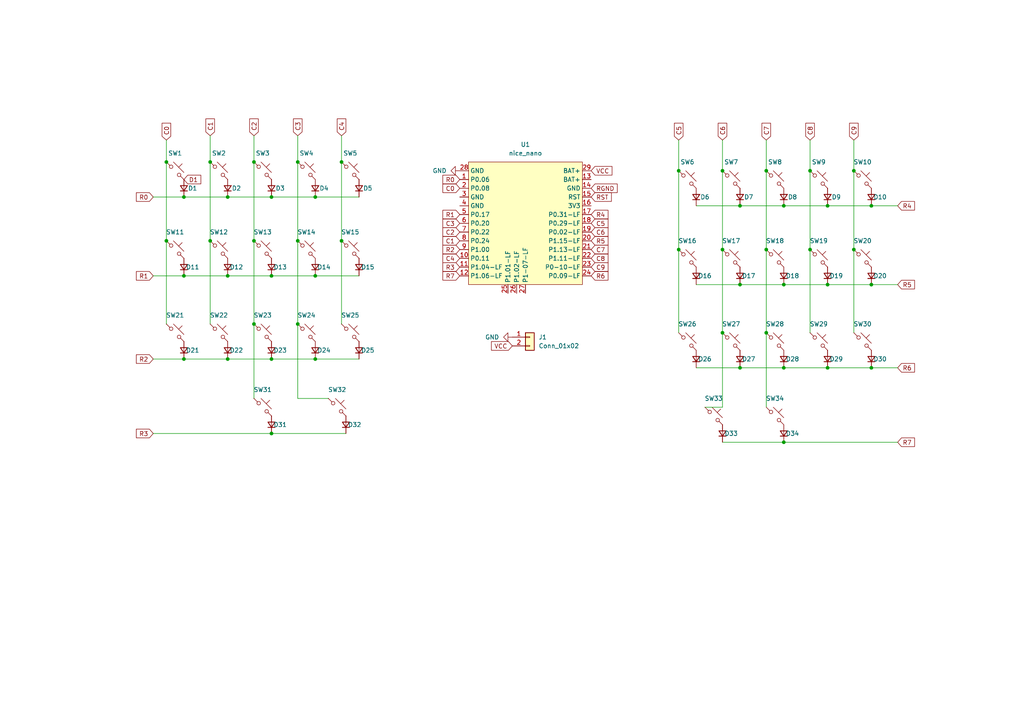
<source format=kicad_sch>
(kicad_sch (version 20230121) (generator eeschema)
  (paper "A4")
  (lib_symbols
    (symbol "Connector_Generic:Conn_01x02" (pin_names (offset 1.016) hide)
      (property "Reference" "J" (at 0 2.54 0))
      (property "Value" "Conn_01x02" (at 0 -5.08 0))
      (symbol "Conn_01x02_1_1"
        (rectangle (start -1.27 -2.413) (end 0 -2.667) (stroke (width 0.1524)))
        (rectangle (start -1.27 0.127) (end 0 -0.127) (stroke (width 0.1524)))
        (rectangle (start -1.27 1.27) (end 1.27 -3.81) (stroke (width 0.254)) (fill (type background)))
        (pin passive line (at -5.08 0 0) (length 3.81) (name "Pin_1") (number "1"))
        (pin passive line (at -5.08 -2.54 0) (length 3.81) (name "Pin_2") (number "2"))
      )
    )
    (symbol "Device:D_Small" (pin_numbers hide) (pin_names (offset 0.254) hide)
      (property "Reference" "D" (at -1.27 2.032 0))
      (property "Value" "D_Small" (at -3.81 -2.032 0))
      (symbol "D_Small_0_1"
        (polyline (pts (xy -0.762 -1.016) (xy -0.762 1.016)) (stroke (width 0.254)))
        (polyline (pts (xy -0.762 0) (xy 0.762 0)))
        (polyline (pts (xy 0.762 -1.016) (xy -0.762 0) (xy 0.762 1.016) (xy 0.762 -1.016)) (stroke (width 0.254)))
      )
      (symbol "D_Small_1_1"
        (pin passive line (at -2.54 0 0) (length 1.778) (name "K") (number "1"))
        (pin passive line (at 2.54 0 180) (length 1.778) (name "A") (number "2"))
      )
    )
    (symbol "PCM_marbastlib-mx:MX_SW_HS" (pin_numbers hide) (pin_names (offset 1.016) hide)
      (property "Reference" "MX" (at 3.048 1.016 0))
      (property "Value" "MX_SW_HS" (at 0 -3.81 0))
      (symbol "MX_SW_HS_0_1"
        (circle (center -1.1684 1.1684) (radius 0.508))
        (polyline (pts (xy -0.508 2.54) (xy 2.54 -0.508)))
        (polyline (pts (xy 1.016 1.016) (xy 2.032 2.032)))
        (polyline (pts (xy -2.54 2.54) (xy -1.524 1.524) (xy -1.524 1.524)))
        (polyline (pts (xy 1.524 -1.524) (xy 2.54 -2.54) (xy 2.54 -2.54) (xy 2.54 -2.54)))
        (circle (center 1.143 -1.1938) (radius 0.508))
        (pin passive line (at -2.54 2.54 0) (length 0) (name "1") (number "1"))
        (pin passive line (at 2.54 -2.54 180) (length 0) (name "2") (number "2"))
      )
    )
    (symbol "PCM_marbastlib-promicroish:nice_nano" (in_bom no)
      (property "Reference" "U" (at 0 22.86 0))
      (property "Value" "nice_nano" (at 0 20.32 0))
      (symbol "nice_nano_0_0"
        (pin bidirectional line (at -19.05 13.97 0) (length 2.54) (name "P0.06") (number "1"))
        (pin bidirectional line (at -19.05 -8.89 0) (length 2.54) (name "P0.11") (number "10"))
        (pin bidirectional line (at -19.05 -11.43 0) (length 2.54) (name "P1.04-LF") (number "11"))
        (pin bidirectional line (at -19.05 -13.97 0) (length 2.54) (name "P1.06-LF") (number "12"))
        (pin power_out line (at 19.05 11.43 180) (length 2.54) (name "GND") (number "14"))
        (pin bidirectional line (at 19.05 8.89 180) (length 2.54) (name "RST") (number "15"))
        (pin bidirectional line (at 19.05 3.81 180) (length 2.54) (name "P0.31-LF") (number "17"))
        (pin bidirectional line (at 19.05 1.27 180) (length 2.54) (name "P0.29-LF") (number "18"))
        (pin bidirectional line (at 19.05 -1.27 180) (length 2.54) (name "P0.02-LF") (number "19"))
        (pin bidirectional line (at -19.05 11.43 0) (length 2.54) (name "P0.08") (number "2"))
        (pin bidirectional line (at 19.05 -3.81 180) (length 2.54) (name "P1.15-LF") (number "20"))
        (pin bidirectional line (at 19.05 -6.35 180) (length 2.54) (name "P1.13-LF") (number "21"))
        (pin bidirectional line (at 19.05 -8.89 180) (length 2.54) (name "P1.11-LF") (number "22"))
        (pin bidirectional line (at 19.05 -11.43 180) (length 2.54) (name "P0-10-LF") (number "23"))
        (pin bidirectional line (at 19.05 -13.97 180) (length 2.54) (name "P0.09-LF") (number "24"))
        (pin power_out line (at -19.05 8.89 0) (length 2.54) (name "GND") (number "3"))
        (pin power_out line (at -19.05 6.35 0) (length 2.54) (name "GND") (number "4"))
        (pin bidirectional line (at -19.05 3.81 0) (length 2.54) (name "P0.17") (number "5"))
        (pin bidirectional line (at -19.05 1.27 0) (length 2.54) (name "P0.20") (number "6"))
        (pin bidirectional line (at -19.05 -1.27 0) (length 2.54) (name "P0.22") (number "7"))
        (pin bidirectional line (at -19.05 -3.81 0) (length 2.54) (name "P0.24") (number "8"))
        (pin bidirectional line (at -19.05 -6.35 0) (length 2.54) (name "P1.00") (number "9"))
      )
      (symbol "nice_nano_1_0"
        (pin power_out line (at 19.05 13.97 180) (length 2.54) (name "BAT+") (number "13"))
        (pin power_out line (at 19.05 6.35 180) (length 2.54) (name "3V3") (number "16"))
        (pin bidirectional line (at -5.08 -19.05 90) (length 2.54) (name "P1.01-LF") (number "25"))
        (pin bidirectional line (at -2.54 -19.05 90) (length 2.54) (name "P1.02-LF") (number "26"))
        (pin bidirectional line (at 0 -19.05 90) (length 2.54) (name "P1-07-LF") (number "27"))
        (pin power_out line (at -19.05 16.51 0) (length 2.54) (name "GND") (number "28"))
        (pin power_out line (at 19.05 16.51 180) (length 2.54) (name "BAT+") (number "29"))
      )
      (symbol "nice_nano_1_1"
        (rectangle (start -16.51 19.05) (end 16.51 -16.51) (fill (type background)))
      )
    )
    (symbol "power:GND" (power) (pin_names (offset 0))
      (property "Value" "GND" (at 0 -3.81 0))
      (symbol "GND_0_1"
        (polyline (pts (xy 0 0) (xy 0 -1.27) (xy 1.27 -1.27) (xy 0 -2.54) (xy -1.27 -1.27) (xy 0 -1.27)))
      )
      (symbol "GND_1_1"
        (pin power_in line (at 0 0 270) (length 0) hide (name "GND") (number "1"))
      )
    )
  )
  (junction (at 73.66 93.98))
  (junction (at 78.74 57.15))
  (junction (at 252.73 106.68))
  (junction (at 91.44 57.15))
  (junction (at 53.34 104.14))
  (junction (at 60.96 46.99))
  (junction (at 66.04 104.14))
  (junction (at 78.74 125.73))
  (junction (at 66.04 80.01))
  (junction (at 53.34 80.01))
  (junction (at 48.26 46.99))
  (junction (at 240.03 106.68))
  (junction (at 222.25 96.52))
  (junction (at 222.25 49.53))
  (junction (at 222.25 72.39))
  (junction (at 247.65 72.39))
  (junction (at 227.33 106.68))
  (junction (at 91.44 80.01))
  (junction (at 78.74 80.01))
  (junction (at 214.63 106.68))
  (junction (at 196.85 49.53))
  (junction (at 86.36 46.99))
  (junction (at 60.96 69.85))
  (junction (at 252.73 59.69))
  (junction (at 66.04 57.15))
  (junction (at 227.33 82.55))
  (junction (at 227.33 59.69))
  (junction (at 209.55 72.39))
  (junction (at 240.03 59.69))
  (junction (at 91.44 104.14))
  (junction (at 78.74 104.14))
  (junction (at 48.26 69.85))
  (junction (at 209.55 49.53))
  (junction (at 234.95 49.53))
  (junction (at 73.66 46.99))
  (junction (at 240.03 82.55))
  (junction (at 234.95 72.39))
  (junction (at 53.34 57.15))
  (junction (at 227.33 128.27))
  (junction (at 73.66 69.85))
  (junction (at 214.63 82.55))
  (junction (at 214.63 59.69))
  (junction (at 99.06 69.85))
  (junction (at 209.55 96.52))
  (junction (at 247.65 49.53))
  (junction (at 86.36 93.98))
  (junction (at 252.73 82.55))
  (junction (at 99.06 46.99))
  (junction (at 196.85 72.39))
  (junction (at 86.36 69.85))
  (wire (pts (xy 234.95 40.64) (xy 234.95 49.53)))
  (wire (pts (xy 53.34 104.14) (xy 66.04 104.14)))
  (wire (pts (xy 240.03 106.68) (xy 252.73 106.68)))
  (wire (pts (xy 196.85 49.53) (xy 196.85 72.39)))
  (wire (pts (xy 234.95 72.39) (xy 234.95 96.52)))
  (wire (pts (xy 196.85 40.64) (xy 196.85 49.53)))
  (wire (pts (xy 95.25 115.57) (xy 86.36 115.57)))
  (wire (pts (xy 201.93 59.69) (xy 214.63 59.69)))
  (wire (pts (xy 86.36 39.37) (xy 86.36 46.99)))
  (wire (pts (xy 66.04 57.15) (xy 78.74 57.15)))
  (wire (pts (xy 227.33 59.69) (xy 240.03 59.69)))
  (wire (pts (xy 66.04 104.14) (xy 78.74 104.14)))
  (wire (pts (xy 60.96 69.85) (xy 60.96 93.98)))
  (wire (pts (xy 86.36 46.99) (xy 86.36 69.85)))
  (wire (pts (xy 60.96 46.99) (xy 60.96 69.85)))
  (wire (pts (xy 209.55 72.39) (xy 209.55 96.52)))
  (wire (pts (xy 66.04 80.01) (xy 78.74 80.01)))
  (wire (pts (xy 78.74 125.73) (xy 100.33 125.73)))
  (wire (pts (xy 227.33 82.55) (xy 240.03 82.55)))
  (wire (pts (xy 78.74 57.15) (xy 91.44 57.15)))
  (wire (pts (xy 204.47 118.11) (xy 209.55 118.11)))
  (wire (pts (xy 53.34 80.01) (xy 66.04 80.01)))
  (wire (pts (xy 252.73 106.68) (xy 260.35 106.68)))
  (wire (pts (xy 240.03 59.69) (xy 252.73 59.69)))
  (wire (pts (xy 201.93 106.68) (xy 214.63 106.68)))
  (wire (pts (xy 60.96 39.37) (xy 60.96 46.99)))
  (wire (pts (xy 247.65 40.64) (xy 247.65 49.53)))
  (wire (pts (xy 99.06 39.37) (xy 99.06 46.99)))
  (wire (pts (xy 247.65 72.39) (xy 247.65 96.52)))
  (wire (pts (xy 91.44 80.01) (xy 104.14 80.01)))
  (wire (pts (xy 48.26 40.64) (xy 48.26 46.99)))
  (wire (pts (xy 234.95 49.53) (xy 234.95 72.39)))
  (wire (pts (xy 209.55 118.11) (xy 209.55 96.52)))
  (wire (pts (xy 247.65 49.53) (xy 247.65 72.39)))
  (wire (pts (xy 209.55 128.27) (xy 227.33 128.27)))
  (wire (pts (xy 73.66 39.37) (xy 73.66 46.99)))
  (wire (pts (xy 222.25 72.39) (xy 222.25 96.52)))
  (wire (pts (xy 73.66 46.99) (xy 73.66 69.85)))
  (wire (pts (xy 222.25 49.53) (xy 222.25 72.39)))
  (wire (pts (xy 252.73 82.55) (xy 260.35 82.55)))
  (wire (pts (xy 86.36 115.57) (xy 86.36 93.98)))
  (wire (pts (xy 44.45 80.01) (xy 53.34 80.01)))
  (wire (pts (xy 214.63 59.69) (xy 227.33 59.69)))
  (wire (pts (xy 78.74 104.14) (xy 91.44 104.14)))
  (wire (pts (xy 222.25 96.52) (xy 222.25 118.11)))
  (wire (pts (xy 227.33 106.68) (xy 240.03 106.68)))
  (wire (pts (xy 48.26 46.99) (xy 48.26 69.85)))
  (wire (pts (xy 86.36 69.85) (xy 86.36 93.98)))
  (wire (pts (xy 99.06 46.99) (xy 99.06 69.85)))
  (wire (pts (xy 44.45 125.73) (xy 78.74 125.73)))
  (wire (pts (xy 252.73 59.69) (xy 260.35 59.69)))
  (wire (pts (xy 209.55 49.53) (xy 209.55 72.39)))
  (wire (pts (xy 214.63 106.68) (xy 227.33 106.68)))
  (wire (pts (xy 99.06 69.85) (xy 99.06 93.98)))
  (wire (pts (xy 222.25 40.64) (xy 222.25 49.53)))
  (wire (pts (xy 44.45 104.14) (xy 53.34 104.14)))
  (wire (pts (xy 53.34 57.15) (xy 66.04 57.15)))
  (wire (pts (xy 44.45 57.15) (xy 53.34 57.15)))
  (wire (pts (xy 91.44 57.15) (xy 104.14 57.15)))
  (wire (pts (xy 209.55 40.64) (xy 209.55 49.53)))
  (wire (pts (xy 240.03 82.55) (xy 252.73 82.55)))
  (wire (pts (xy 73.66 69.85) (xy 73.66 93.98)))
  (wire (pts (xy 91.44 104.14) (xy 104.14 104.14)))
  (wire (pts (xy 78.74 80.01) (xy 91.44 80.01)))
  (wire (pts (xy 48.26 69.85) (xy 48.26 93.98)))
  (wire (pts (xy 214.63 82.55) (xy 227.33 82.55)))
  (wire (pts (xy 201.93 82.55) (xy 214.63 82.55)))
  (wire (pts (xy 196.85 72.39) (xy 196.85 96.52)))
  (wire (pts (xy 227.33 128.27) (xy 260.35 128.27)))
  (wire (pts (xy 73.66 93.98) (xy 73.66 115.57)))
  (global_label "R3" (shape input) (at 133.35 77.47 180) (property "Intersheetrefs" "${INTERSHEET_REFS}" (effects hide)))
  (global_label "R5" (shape input) (at 260.35 82.55 0) (property "Intersheetrefs" "${INTERSHEET_REFS}" (effects hide)))
  (global_label "C5" (shape input) (at 196.85 40.64 90) (property "Intersheetrefs" "${INTERSHEET_REFS}" (effects hide)))
  (global_label "R0" (shape input) (at 133.35 52.07 180) (property "Intersheetrefs" "${INTERSHEET_REFS}" (effects hide)))
  (global_label "C6" (shape input) (at 171.45 67.31 0) (property "Intersheetrefs" "${INTERSHEET_REFS}" (effects hide)))
  (global_label "R2" (shape input) (at 133.35 72.39 180) (property "Intersheetrefs" "${INTERSHEET_REFS}" (effects hide)))
  (global_label "C7" (shape input) (at 171.45 72.39 0) (property "Intersheetrefs" "${INTERSHEET_REFS}" (effects hide)))
  (global_label "C2" (shape input) (at 73.66 39.37 90) (property "Intersheetrefs" "${INTERSHEET_REFS}" (effects hide)))
  (global_label "RST" (shape input) (at 171.45 57.15 0) (property "Intersheetrefs" "${INTERSHEET_REFS}" (effects hide)))
  (global_label "VCC" (shape input) (at 171.45 49.53 0) (property "Intersheetrefs" "${INTERSHEET_REFS}" (effects hide)))
  (global_label "C0" (shape input) (at 133.35 54.61 180) (property "Intersheetrefs" "${INTERSHEET_REFS}" (effects hide)))
  (global_label "R7" (shape input) (at 133.35 80.01 180) (property "Intersheetrefs" "${INTERSHEET_REFS}" (effects hide)))
  (global_label "C4" (shape input) (at 133.35 74.93 180) (property "Intersheetrefs" "${INTERSHEET_REFS}" (effects hide)))
  (global_label "R4" (shape input) (at 260.35 59.69 0) (property "Intersheetrefs" "${INTERSHEET_REFS}" (effects hide)))
  (global_label "C1" (shape input) (at 133.35 69.85 180) (property "Intersheetrefs" "${INTERSHEET_REFS}" (effects hide)))
  (global_label "R4" (shape input) (at 171.45 62.23 0) (property "Intersheetrefs" "${INTERSHEET_REFS}" (effects hide)))
  (global_label "C5" (shape input) (at 171.45 64.77 0) (property "Intersheetrefs" "${INTERSHEET_REFS}" (effects hide)))
  (global_label "C0" (shape input) (at 48.26 40.64 90) (property "Intersheetrefs" "${INTERSHEET_REFS}" (effects hide)))
  (global_label "C2" (shape input) (at 133.35 67.31 180) (property "Intersheetrefs" "${INTERSHEET_REFS}" (effects hide)))
  (global_label "D1" (shape input) (at 53.34 52.07 0) (property "Intersheetrefs" "${INTERSHEET_REFS}" (effects hide)))
  (global_label "C3" (shape input) (at 133.35 64.77 180) (property "Intersheetrefs" "${INTERSHEET_REFS}" (effects hide)))
  (global_label "R6" (shape input) (at 171.45 80.01 0) (property "Intersheetrefs" "${INTERSHEET_REFS}" (effects hide)))
  (global_label "C8" (shape input) (at 171.45 74.93 0) (property "Intersheetrefs" "${INTERSHEET_REFS}" (effects hide)))
  (global_label "R1" (shape input) (at 44.45 80.01 180) (property "Intersheetrefs" "${INTERSHEET_REFS}" (effects hide)))
  (global_label "R7" (shape input) (at 260.35 128.27 0) (property "Intersheetrefs" "${INTERSHEET_REFS}" (effects hide)))
  (global_label "R6" (shape input) (at 260.35 106.68 0) (property "Intersheetrefs" "${INTERSHEET_REFS}" (effects hide)))
  (global_label "C9" (shape input) (at 171.45 77.47 0) (property "Intersheetrefs" "${INTERSHEET_REFS}" (effects hide)))
  (global_label "C8" (shape input) (at 234.95 40.64 90) (property "Intersheetrefs" "${INTERSHEET_REFS}" (effects hide)))
  (global_label "VCC" (shape input) (at 148.59 100.33 180) (property "Intersheetrefs" "${INTERSHEET_REFS}" (effects hide)))
  (global_label "R3" (shape input) (at 44.45 125.73 180) (property "Intersheetrefs" "${INTERSHEET_REFS}" (effects hide)))
  (global_label "C1" (shape input) (at 60.96 39.37 90) (property "Intersheetrefs" "${INTERSHEET_REFS}" (effects hide)))
  (global_label "C4" (shape input) (at 99.06 39.37 90) (property "Intersheetrefs" "${INTERSHEET_REFS}" (effects hide)))
  (global_label "R1" (shape input) (at 133.35 62.23 180) (property "Intersheetrefs" "${INTERSHEET_REFS}" (effects hide)))
  (global_label "R0" (shape input) (at 44.45 57.15 180) (property "Intersheetrefs" "${INTERSHEET_REFS}" (effects hide)))
  (global_label "C6" (shape input) (at 209.55 40.64 90) (property "Intersheetrefs" "${INTERSHEET_REFS}" (effects hide)))
  (global_label "C3" (shape input) (at 86.36 39.37 90) (property "Intersheetrefs" "${INTERSHEET_REFS}" (effects hide)))
  (global_label "R2" (shape input) (at 44.45 104.14 180) (property "Intersheetrefs" "${INTERSHEET_REFS}" (effects hide)))
  (global_label "R5" (shape input) (at 171.45 69.85 0) (property "Intersheetrefs" "${INTERSHEET_REFS}" (effects hide)))
  (global_label "RGND" (shape input) (at 171.45 54.61 0) (property "Intersheetrefs" "${INTERSHEET_REFS}" (effects hide)))
  (global_label "C7" (shape input) (at 222.25 40.64 90) (property "Intersheetrefs" "${INTERSHEET_REFS}" (effects hide)))
  (global_label "C9" (shape input) (at 247.65 40.64 90) (property "Intersheetrefs" "${INTERSHEET_REFS}" (effects hide)))
  (symbol (lib_id "Device:D_Small") (at 252.73 104.14 90) (unit 1)
    (property "Reference" "D30" (at 255.27 104.14 90))
    (property "Value" "D_Small" (effects hide))
    (property "Footprint" "Diode_SMD:D_SOD-323_HandSoldering" (effects hide))
    (property "Sim.Device" "D" (effects hide))
    (property "Sim.Pins" "1=K 2=A" (effects hide))
  )
  (symbol (lib_id "PCM_marbastlib-mx:MX_SW_HS") (at 76.2 49.53 0) (unit 1)
    (property "Reference" "SW3" (at 76.2 44.45 0))
    (property "Value" "MX_SW_HS" (effects hide))
    (property "Footprint" "PCM_mbk:Choc-1u-solder" (effects hide))
  )
  (symbol (lib_id "PCM_marbastlib-mx:MX_SW_HS") (at 88.9 72.39 0) (unit 1)
    (property "Reference" "SW14" (at 88.9 67.31 0))
    (property "Value" "MX_SW_HS" (effects hide))
    (property "Footprint" "PCM_mbk:Choc-1u-solder" (effects hide))
  )
  (symbol (lib_id "Device:D_Small") (at 53.34 77.47 90) (unit 1)
    (property "Reference" "D11" (at 55.88 77.47 90))
    (property "Value" "D_Small" (effects hide))
    (property "Footprint" "Diode_SMD:D_SOD-323_HandSoldering" (effects hide))
    (property "Sim.Device" "D" (effects hide))
    (property "Sim.Pins" "1=K 2=A" (effects hide))
  )
  (symbol (lib_id "Device:D_Small") (at 214.63 80.01 90) (unit 1)
    (property "Reference" "D17" (at 217.17 80.01 90))
    (property "Value" "D_Small" (effects hide))
    (property "Footprint" "Diode_SMD:D_SOD-323_HandSoldering" (effects hide))
    (property "Sim.Device" "D" (effects hide))
    (property "Sim.Pins" "1=K 2=A" (effects hide))
  )
  (symbol (lib_id "Device:D_Small") (at 78.74 77.47 90) (unit 1)
    (property "Reference" "D13" (at 81.28 77.47 90))
    (property "Value" "D_Small" (effects hide))
    (property "Footprint" "Diode_SMD:D_SOD-323_HandSoldering" (effects hide))
    (property "Sim.Device" "D" (effects hide))
    (property "Sim.Pins" "1=K 2=A" (effects hide))
  )
  (symbol (lib_id "PCM_marbastlib-mx:MX_SW_HS") (at 224.79 52.07 0) (unit 1)
    (property "Reference" "SW8" (at 224.79 46.99 0))
    (property "Value" "MX_SW_HS" (effects hide))
    (property "Footprint" "PCM_mbk:Choc-1u-solder" (effects hide))
  )
  (symbol (lib_id "PCM_marbastlib-mx:MX_SW_HS") (at 199.39 52.07 0) (unit 1)
    (property "Reference" "SW6" (at 199.39 46.99 0))
    (property "Value" "MX_SW_HS" (effects hide))
    (property "Footprint" "PCM_mbk:Choc-1u-solder" (effects hide))
  )
  (symbol (lib_id "Device:D_Small") (at 91.44 54.61 90) (unit 1)
    (property "Reference" "D4" (at 93.98 54.61 90))
    (property "Value" "D_Small" (effects hide))
    (property "Footprint" "Diode_SMD:D_SOD-323_HandSoldering" (effects hide))
    (property "Sim.Device" "D" (effects hide))
    (property "Sim.Pins" "1=K 2=A" (effects hide))
  )
  (symbol (lib_id "Device:D_Small") (at 104.14 77.47 90) (unit 1)
    (property "Reference" "D15" (at 106.68 77.47 90))
    (property "Value" "D_Small" (effects hide))
    (property "Footprint" "Diode_SMD:D_SOD-323_HandSoldering" (effects hide))
    (property "Sim.Device" "D" (effects hide))
    (property "Sim.Pins" "1=K 2=A" (effects hide))
  )
  (symbol (lib_id "PCM_marbastlib-mx:MX_SW_HS") (at 237.49 52.07 0) (unit 1)
    (property "Reference" "SW9" (at 237.49 46.99 0))
    (property "Value" "MX_SW_HS" (effects hide))
    (property "Footprint" "PCM_mbk:Choc-1u-solder" (effects hide))
  )
  (symbol (lib_id "PCM_marbastlib-mx:MX_SW_HS") (at 50.8 96.52 0) (unit 1)
    (property "Reference" "SW21" (at 50.8 91.44 0))
    (property "Value" "MX_SW_HS" (effects hide))
    (property "Footprint" "PCM_mbk:Choc-1u-solder" (effects hide))
  )
  (symbol (lib_id "power:GND") (at 148.59 97.79 270) (unit 1)
    (property "Reference" "#PWR02" (effects hide))
    (property "Value" "GND" (at 144.78 97.79 90) (effects (justify right)))
  )
  (symbol (lib_id "PCM_marbastlib-mx:MX_SW_HS") (at 224.79 74.93 0) (unit 1)
    (property "Reference" "SW18" (at 224.79 69.85 0))
    (property "Value" "MX_SW_HS" (effects hide))
    (property "Footprint" "PCM_mbk:Choc-1u-solder" (effects hide))
  )
  (symbol (lib_id "Device:D_Small") (at 66.04 101.6 90) (unit 1)
    (property "Reference" "D22" (at 68.58 101.6 90))
    (property "Value" "D_Small" (effects hide))
    (property "Footprint" "Diode_SMD:D_SOD-323_HandSoldering" (effects hide))
    (property "Sim.Device" "D" (effects hide))
    (property "Sim.Pins" "1=K 2=A" (effects hide))
  )
  (symbol (lib_id "Device:D_Small") (at 240.03 57.15 90) (unit 1)
    (property "Reference" "D9" (at 242.57 57.15 90))
    (property "Value" "D_Small" (effects hide))
    (property "Footprint" "Diode_SMD:D_SOD-323_HandSoldering" (effects hide))
    (property "Sim.Device" "D" (effects hide))
    (property "Sim.Pins" "1=K 2=A" (effects hide))
  )
  (symbol (lib_id "PCM_marbastlib-mx:MX_SW_HS") (at 250.19 99.06 0) (unit 1)
    (property "Reference" "SW30" (at 250.19 93.98 0))
    (property "Value" "MX_SW_HS" (effects hide))
    (property "Footprint" "PCM_mbk:Choc-1u-solder" (effects hide))
  )
  (symbol (lib_id "PCM_marbastlib-mx:MX_SW_HS") (at 224.79 99.06 0) (unit 1)
    (property "Reference" "SW28" (at 224.79 93.98 0))
    (property "Value" "MX_SW_HS" (effects hide))
    (property "Footprint" "PCM_mbk:Choc-1u-solder" (effects hide))
  )
  (symbol (lib_id "Device:D_Small") (at 214.63 104.14 90) (unit 1)
    (property "Reference" "D27" (at 217.17 104.14 90))
    (property "Value" "D_Small" (effects hide))
    (property "Footprint" "Diode_SMD:D_SOD-323_HandSoldering" (effects hide))
    (property "Sim.Device" "D" (effects hide))
    (property "Sim.Pins" "1=K 2=A" (effects hide))
  )
  (symbol (lib_id "Device:D_Small") (at 227.33 57.15 90) (unit 1)
    (property "Reference" "D8" (at 229.87 57.15 90))
    (property "Value" "D_Small" (effects hide))
    (property "Footprint" "Diode_SMD:D_SOD-323_HandSoldering" (effects hide))
    (property "Sim.Device" "D" (effects hide))
    (property "Sim.Pins" "1=K 2=A" (effects hide))
  )
  (symbol (lib_id "Device:D_Small") (at 201.93 57.15 90) (unit 1)
    (property "Reference" "D6" (at 204.47 57.15 90))
    (property "Value" "D_Small" (effects hide))
    (property "Footprint" "Diode_SMD:D_SOD-323_HandSoldering" (effects hide))
    (property "Sim.Device" "D" (effects hide))
    (property "Sim.Pins" "1=K 2=A" (effects hide))
  )
  (symbol (lib_id "Device:D_Small") (at 66.04 54.61 90) (unit 1)
    (property "Reference" "D2" (at 68.58 54.61 90))
    (property "Value" "D_Small" (effects hide))
    (property "Footprint" "Diode_SMD:D_SOD-323_HandSoldering" (effects hide))
    (property "Sim.Device" "D" (effects hide))
    (property "Sim.Pins" "1=K 2=A" (effects hide))
  )
  (symbol (lib_id "Device:D_Small") (at 227.33 125.73 90) (unit 1)
    (property "Reference" "D34" (at 229.87 125.73 90))
    (property "Value" "D_Small" (effects hide))
    (property "Footprint" "Diode_SMD:D_SOD-323_HandSoldering" (effects hide))
    (property "Sim.Device" "D" (effects hide))
    (property "Sim.Pins" "1=K 2=A" (effects hide))
  )
  (symbol (lib_id "Connector_Generic:Conn_01x02") (at 153.67 97.79 0) (unit 1)
    (property "Reference" "J1" (at 156.21 97.79 0) (effects (justify left)))
    (property "Value" "Conn_01x02" (at 156.21 100.33 0) (effects (justify left)))
    (property "Footprint" "PCM_marbastlib-various:CON_JST_ACH_BM02B" (effects hide))
  )
  (symbol (lib_id "Device:D_Small") (at 201.93 80.01 90) (unit 1)
    (property "Reference" "D16" (at 204.47 80.01 90))
    (property "Value" "D_Small" (effects hide))
    (property "Footprint" "Diode_SMD:D_SOD-323_HandSoldering" (effects hide))
    (property "Sim.Device" "D" (effects hide))
    (property "Sim.Pins" "1=K 2=A" (effects hide))
  )
  (symbol (lib_id "PCM_marbastlib-mx:MX_SW_HS") (at 88.9 96.52 0) (unit 1)
    (property "Reference" "SW24" (at 88.9 91.44 0))
    (property "Value" "MX_SW_HS" (effects hide))
    (property "Footprint" "PCM_mbk:Choc-1u-solder" (effects hide))
  )
  (symbol (lib_id "PCM_marbastlib-mx:MX_SW_HS") (at 63.5 72.39 0) (unit 1)
    (property "Reference" "SW12" (at 63.5 67.31 0))
    (property "Value" "MX_SW_HS" (effects hide))
    (property "Footprint" "PCM_mbk:Choc-1u-solder" (effects hide))
  )
  (symbol (lib_id "Device:D_Small") (at 66.04 77.47 90) (unit 1)
    (property "Reference" "D12" (at 68.58 77.47 90))
    (property "Value" "D_Small" (effects hide))
    (property "Footprint" "Diode_SMD:D_SOD-323_HandSoldering" (effects hide))
    (property "Sim.Device" "D" (effects hide))
    (property "Sim.Pins" "1=K 2=A" (effects hide))
  )
  (symbol (lib_id "PCM_marbastlib-mx:MX_SW_HS") (at 199.39 99.06 0) (unit 1)
    (property "Reference" "SW26" (at 199.39 93.98 0))
    (property "Value" "MX_SW_HS" (effects hide))
    (property "Footprint" "PCM_mbk:Choc-1u-solder" (effects hide))
  )
  (symbol (lib_id "PCM_marbastlib-mx:MX_SW_HS") (at 63.5 49.53 0) (unit 1)
    (property "Reference" "SW2" (at 63.5 44.45 0))
    (property "Value" "MX_SW_HS" (effects hide))
    (property "Footprint" "PCM_mbk:Choc-1u-solder" (effects hide))
  )
  (symbol (lib_id "Device:D_Small") (at 201.93 104.14 90) (unit 1)
    (property "Reference" "D26" (at 204.47 104.14 90))
    (property "Value" "D_Small" (effects hide))
    (property "Footprint" "Diode_SMD:D_SOD-323_HandSoldering" (effects hide))
    (property "Sim.Device" "D" (effects hide))
    (property "Sim.Pins" "1=K 2=A" (effects hide))
  )
  (symbol (lib_id "PCM_marbastlib-mx:MX_SW_HS") (at 76.2 72.39 0) (unit 1)
    (property "Reference" "SW13" (at 76.2 67.31 0))
    (property "Value" "MX_SW_HS" (effects hide))
    (property "Footprint" "PCM_mbk:Choc-1u-solder" (effects hide))
  )
  (symbol (lib_id "PCM_marbastlib-mx:MX_SW_HS") (at 250.19 74.93 0) (unit 1)
    (property "Reference" "SW20" (at 250.19 69.85 0))
    (property "Value" "MX_SW_HS" (effects hide))
    (property "Footprint" "PCM_mbk:Choc-1u-solder" (effects hide))
  )
  (symbol (lib_id "Device:D_Small") (at 104.14 54.61 90) (unit 1)
    (property "Reference" "D5" (at 106.68 54.61 90))
    (property "Value" "D_Small" (effects hide))
    (property "Footprint" "Diode_SMD:D_SOD-323_HandSoldering" (effects hide))
    (property "Sim.Device" "D" (effects hide))
    (property "Sim.Pins" "1=K 2=A" (effects hide))
  )
  (symbol (lib_id "power:GND") (at 133.35 49.53 270) (unit 1)
    (property "Reference" "#PWR01" (effects hide))
    (property "Value" "GND" (at 129.54 49.53 90) (effects (justify right)))
  )
  (symbol (lib_id "Device:D_Small") (at 214.63 57.15 90) (unit 1)
    (property "Reference" "D7" (at 217.17 57.15 90))
    (property "Value" "D_Small" (effects hide))
    (property "Footprint" "Diode_SMD:D_SOD-323_HandSoldering" (effects hide))
    (property "Sim.Device" "D" (effects hide))
    (property "Sim.Pins" "1=K 2=A" (effects hide))
  )
  (symbol (lib_id "PCM_marbastlib-mx:MX_SW_HS") (at 212.09 74.93 0) (unit 1)
    (property "Reference" "SW17" (at 212.09 69.85 0))
    (property "Value" "MX_SW_HS" (effects hide))
    (property "Footprint" "PCM_mbk:Choc-1u-solder" (effects hide))
  )
  (symbol (lib_id "PCM_marbastlib-mx:MX_SW_HS") (at 212.09 52.07 0) (unit 1)
    (property "Reference" "SW7" (at 212.09 46.99 0))
    (property "Value" "MX_SW_HS" (effects hide))
    (property "Footprint" "PCM_mbk:Choc-1u-solder" (effects hide))
  )
  (symbol (lib_id "PCM_marbastlib-mx:MX_SW_HS") (at 237.49 74.93 0) (unit 1)
    (property "Reference" "SW19" (at 237.49 69.85 0))
    (property "Value" "MX_SW_HS" (effects hide))
    (property "Footprint" "PCM_mbk:Choc-1u-solder" (effects hide))
  )
  (symbol (lib_id "Device:D_Small") (at 252.73 57.15 90) (unit 1)
    (property "Reference" "D10" (at 255.27 57.15 90))
    (property "Value" "D_Small" (effects hide))
    (property "Footprint" "Diode_SMD:D_SOD-323_HandSoldering" (effects hide))
    (property "Sim.Device" "D" (effects hide))
    (property "Sim.Pins" "1=K 2=A" (effects hide))
  )
  (symbol (lib_id "Device:D_Small") (at 240.03 104.14 90) (unit 1)
    (property "Reference" "D29" (at 242.57 104.14 90))
    (property "Value" "D_Small" (effects hide))
    (property "Footprint" "Diode_SMD:D_SOD-323_HandSoldering" (effects hide))
    (property "Sim.Device" "D" (effects hide))
    (property "Sim.Pins" "1=K 2=A" (effects hide))
  )
  (symbol (lib_id "PCM_marbastlib-mx:MX_SW_HS") (at 207.01 120.65 0) (unit 1)
    (property "Reference" "SW33" (at 207.01 115.57 0))
    (property "Value" "MX_SW_HS" (effects hide))
    (property "Footprint" "PCM_mbk:Choc-2u-solder" (effects hide))
  )
  (symbol (lib_id "PCM_marbastlib-promicroish:nice_nano") (at 152.4 66.04 0) (unit 1) (in_bom no)
    (property "Reference" "U1" (at 152.4 41.91 0))
    (property "Value" "nice_nano" (at 152.4 44.45 0))
    (property "Footprint" "PCM_marbastlib-xp-promicroish:nice_nano_AH_USBup" (effects hide))
    (property "Datasheet" "https://nicekeyboards.com/docs/nice-nano/pinout-schematic" (effects hide))
  )
  (symbol (lib_id "PCM_marbastlib-mx:MX_SW_HS") (at 101.6 72.39 0) (unit 1)
    (property "Reference" "SW15" (at 101.6 67.31 0))
    (property "Value" "MX_SW_HS" (effects hide))
    (property "Footprint" "PCM_mbk:Choc-1u-solder" (effects hide))
  )
  (symbol (lib_id "Device:D_Small") (at 227.33 104.14 90) (unit 1)
    (property "Reference" "D28" (at 229.87 104.14 90))
    (property "Value" "D_Small" (effects hide))
    (property "Footprint" "Diode_SMD:D_SOD-323_HandSoldering" (effects hide))
    (property "Sim.Device" "D" (effects hide))
    (property "Sim.Pins" "1=K 2=A" (effects hide))
  )
  (symbol (lib_id "Device:D_Small") (at 53.34 101.6 90) (unit 1)
    (property "Reference" "D21" (at 55.88 101.6 90))
    (property "Value" "D_Small" (effects hide))
    (property "Footprint" "Diode_SMD:D_SOD-323_HandSoldering" (effects hide))
    (property "Sim.Device" "D" (effects hide))
    (property "Sim.Pins" "1=K 2=A" (effects hide))
  )
  (symbol (lib_id "PCM_marbastlib-mx:MX_SW_HS") (at 101.6 96.52 0) (unit 1)
    (property "Reference" "SW25" (at 101.6 91.44 0))
    (property "Value" "MX_SW_HS" (effects hide))
    (property "Footprint" "PCM_mbk:Choc-1u-solder" (effects hide))
  )
  (symbol (lib_id "PCM_marbastlib-mx:MX_SW_HS") (at 212.09 99.06 0) (unit 1)
    (property "Reference" "SW27" (at 212.09 93.98 0))
    (property "Value" "MX_SW_HS" (effects hide))
    (property "Footprint" "PCM_mbk:Choc-1u-solder" (effects hide))
  )
  (symbol (lib_id "PCM_marbastlib-mx:MX_SW_HS") (at 199.39 74.93 0) (unit 1)
    (property "Reference" "SW16" (at 199.39 69.85 0))
    (property "Value" "MX_SW_HS" (effects hide))
    (property "Footprint" "PCM_mbk:Choc-1u-solder" (effects hide))
  )
  (symbol (lib_id "PCM_marbastlib-mx:MX_SW_HS") (at 224.79 120.65 0) (unit 1)
    (property "Reference" "SW34" (at 224.79 115.57 0))
    (property "Value" "MX_SW_HS" (effects hide))
    (property "Footprint" "PCM_mbk:Choc-1u-solder" (effects hide))
  )
  (symbol (lib_id "PCM_marbastlib-mx:MX_SW_HS") (at 250.19 52.07 0) (unit 1)
    (property "Reference" "SW10" (at 250.19 46.99 0))
    (property "Value" "MX_SW_HS" (effects hide))
    (property "Footprint" "PCM_mbk:Choc-1u-solder" (effects hide))
  )
  (symbol (lib_id "Device:D_Small") (at 104.14 101.6 90) (unit 1)
    (property "Reference" "D25" (at 106.68 101.6 90))
    (property "Value" "D_Small" (effects hide))
    (property "Footprint" "Diode_SMD:D_SOD-323_HandSoldering" (effects hide))
    (property "Sim.Device" "D" (effects hide))
    (property "Sim.Pins" "1=K 2=A" (effects hide))
  )
  (symbol (lib_id "PCM_marbastlib-mx:MX_SW_HS") (at 97.79 118.11 0) (unit 1)
    (property "Reference" "SW32" (at 97.79 113.03 0))
    (property "Value" "MX_SW_HS" (effects hide))
    (property "Footprint" "PCM_mbk:Choc-2u-solder" (effects hide))
  )
  (symbol (lib_id "PCM_marbastlib-mx:MX_SW_HS") (at 50.8 49.53 0) (unit 1)
    (property "Reference" "SW1" (at 50.8 44.45 0))
    (property "Value" "MX_SW_HS" (effects hide))
    (property "Footprint" "PCM_mbk:Choc-1u-solder" (effects hide))
  )
  (symbol (lib_id "PCM_marbastlib-mx:MX_SW_HS") (at 63.5 96.52 0) (unit 1)
    (property "Reference" "SW22" (at 63.5 91.44 0))
    (property "Value" "MX_SW_HS" (effects hide))
    (property "Footprint" "PCM_mbk:Choc-1u-solder" (effects hide))
  )
  (symbol (lib_id "PCM_marbastlib-mx:MX_SW_HS") (at 76.2 96.52 0) (unit 1)
    (property "Reference" "SW23" (at 76.2 91.44 0))
    (property "Value" "MX_SW_HS" (effects hide))
    (property "Footprint" "PCM_mbk:Choc-1u-solder" (effects hide))
  )
  (symbol (lib_id "PCM_marbastlib-mx:MX_SW_HS") (at 50.8 72.39 0) (unit 1)
    (property "Reference" "SW11" (at 50.8 67.31 0))
    (property "Value" "MX_SW_HS" (effects hide))
    (property "Footprint" "PCM_mbk:Choc-1u-solder" (effects hide))
  )
  (symbol (lib_id "PCM_marbastlib-mx:MX_SW_HS") (at 88.9 49.53 0) (unit 1)
    (property "Reference" "SW4" (at 88.9 44.45 0))
    (property "Value" "MX_SW_HS" (effects hide))
    (property "Footprint" "PCM_mbk:Choc-1u-solder" (effects hide))
  )
  (symbol (lib_id "Device:D_Small") (at 53.34 54.61 90) (unit 1)
    (property "Reference" "D1" (at 55.88 54.61 90))
    (property "Value" "D_Small" (effects hide))
    (property "Footprint" "Diode_SMD:D_SOD-323_HandSoldering" (effects hide))
    (property "Sim.Device" "D" (effects hide))
    (property "Sim.Pins" "1=K 2=A" (effects hide))
  )
  (symbol (lib_id "Device:D_Small") (at 209.55 125.73 90) (unit 1)
    (property "Reference" "D33" (at 212.09 125.73 90))
    (property "Value" "D_Small" (effects hide))
    (property "Footprint" "Diode_SMD:D_SOD-323_HandSoldering" (effects hide))
    (property "Sim.Device" "D" (effects hide))
    (property "Sim.Pins" "1=K 2=A" (effects hide))
  )
  (symbol (lib_id "PCM_marbastlib-mx:MX_SW_HS") (at 101.6 49.53 0) (unit 1)
    (property "Reference" "SW5" (at 101.6 44.45 0))
    (property "Value" "MX_SW_HS" (effects hide))
    (property "Footprint" "PCM_mbk:Choc-1u-solder" (effects hide))
  )
  (symbol (lib_id "PCM_marbastlib-mx:MX_SW_HS") (at 76.2 118.11 0) (unit 1)
    (property "Reference" "SW31" (at 76.2 113.03 0))
    (property "Value" "MX_SW_HS" (effects hide))
    (property "Footprint" "PCM_mbk:Choc-1u-solder" (effects hide))
  )
  (symbol (lib_id "Device:D_Small") (at 252.73 80.01 90) (unit 1)
    (property "Reference" "D20" (at 255.27 80.01 90))
    (property "Value" "D_Small" (effects hide))
    (property "Footprint" "Diode_SMD:D_SOD-323_HandSoldering" (effects hide))
    (property "Sim.Device" "D" (effects hide))
    (property "Sim.Pins" "1=K 2=A" (effects hide))
  )
  (symbol (lib_id "Device:D_Small") (at 100.33 123.19 90) (unit 1)
    (property "Reference" "D32" (at 102.87 123.19 90))
    (property "Value" "D_Small" (effects hide))
    (property "Footprint" "Diode_SMD:D_SOD-323_HandSoldering" (effects hide))
    (property "Sim.Device" "D" (effects hide))
    (property "Sim.Pins" "1=K 2=A" (effects hide))
  )
  (symbol (lib_id "Device:D_Small") (at 91.44 101.6 90) (unit 1)
    (property "Reference" "D24" (at 93.98 101.6 90))
    (property "Value" "D_Small" (effects hide))
    (property "Footprint" "Diode_SMD:D_SOD-323_HandSoldering" (effects hide))
    (property "Sim.Device" "D" (effects hide))
    (property "Sim.Pins" "1=K 2=A" (effects hide))
  )
  (symbol (lib_id "Device:D_Small") (at 91.44 77.47 90) (unit 1)
    (property "Reference" "D14" (at 93.98 77.47 90))
    (property "Value" "D_Small" (effects hide))
    (property "Footprint" "Diode_SMD:D_SOD-323_HandSoldering" (effects hide))
    (property "Sim.Device" "D" (effects hide))
    (property "Sim.Pins" "1=K 2=A" (effects hide))
  )
  (symbol (lib_id "Device:D_Small") (at 78.74 101.6 90) (unit 1)
    (property "Reference" "D23" (at 81.28 101.6 90))
    (property "Value" "D_Small" (effects hide))
    (property "Footprint" "Diode_SMD:D_SOD-323_HandSoldering" (effects hide))
    (property "Sim.Device" "D" (effects hide))
    (property "Sim.Pins" "1=K 2=A" (effects hide))
  )
  (symbol (lib_id "Device:D_Small") (at 227.33 80.01 90) (unit 1)
    (property "Reference" "D18" (at 229.87 80.01 90))
    (property "Value" "D_Small" (effects hide))
    (property "Footprint" "Diode_SMD:D_SOD-323_HandSoldering" (effects hide))
    (property "Sim.Device" "D" (effects hide))
    (property "Sim.Pins" "1=K 2=A" (effects hide))
  )
  (symbol (lib_id "Device:D_Small") (at 78.74 54.61 90) (unit 1)
    (property "Reference" "D3" (at 81.28 54.61 90))
    (property "Value" "D_Small" (effects hide))
    (property "Footprint" "Diode_SMD:D_SOD-323_HandSoldering" (effects hide))
    (property "Sim.Device" "D" (effects hide))
    (property "Sim.Pins" "1=K 2=A" (effects hide))
  )
  (symbol (lib_id "Device:D_Small") (at 240.03 80.01 90) (unit 1)
    (property "Reference" "D19" (at 242.57 80.01 90))
    (property "Value" "D_Small" (effects hide))
    (property "Footprint" "Diode_SMD:D_SOD-323_HandSoldering" (effects hide))
    (property "Sim.Device" "D" (effects hide))
    (property "Sim.Pins" "1=K 2=A" (effects hide))
  )
  (symbol (lib_id "PCM_marbastlib-mx:MX_SW_HS") (at 237.49 99.06 0) (unit 1)
    (property "Reference" "SW29" (at 237.49 93.98 0))
    (property "Value" "MX_SW_HS" (effects hide))
    (property "Footprint" "PCM_mbk:Choc-1u-solder" (effects hide))
  )
  (symbol (lib_id "Device:D_Small") (at 78.74 123.19 90) (unit 1)
    (property "Reference" "D31" (at 81.28 123.19 90))
    (property "Value" "D_Small" (effects hide))
    (property "Footprint" "Diode_SMD:D_SOD-323_HandSoldering" (effects hide))
    (property "Sim.Device" "D" (effects hide))
    (property "Sim.Pins" "1=K 2=A" (effects hide))
  )
)
</source>
